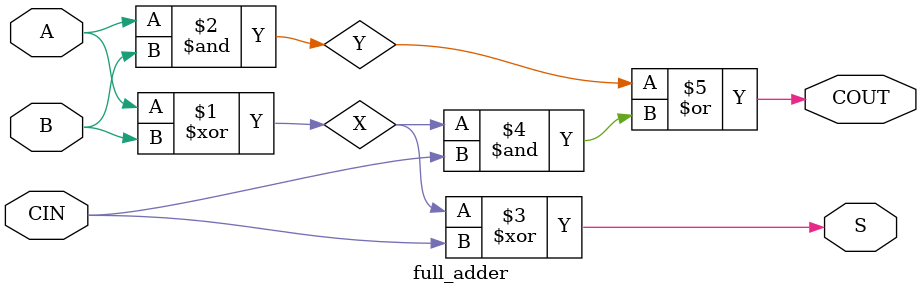
<source format=v>
/* Implementation of Full Adder in Verilog */
module full_adder (
    input wire A, input wire B, input wire CIN,
    output wire S, output wire COUT
);

wire X, Y;

assign X = A ^ B;
assign Y = A & B;

assign S = X ^ CIN;
assign COUT = Y | (X & CIN);
    
endmodule
</source>
